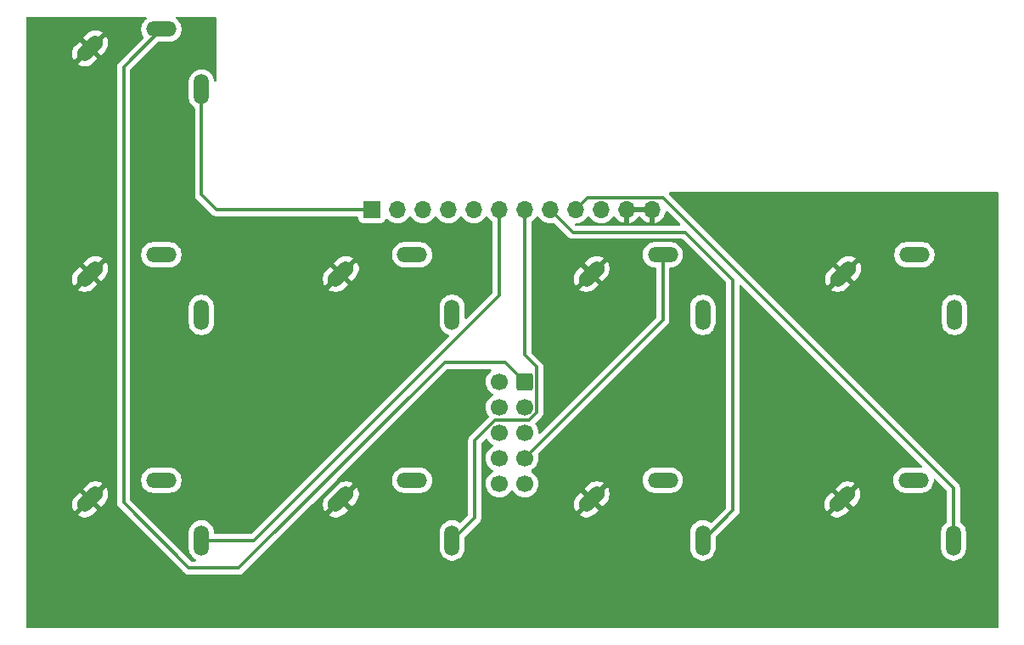
<source format=gtl>
G04 #@! TF.GenerationSoftware,KiCad,Pcbnew,8.0.3*
G04 #@! TF.CreationDate,2024-09-16T16:49:19+02:00*
G04 #@! TF.ProjectId,DMH_VCO_40106_PCB_Connectors,444d485f-5643-44f5-9f34-303130365f50,1*
G04 #@! TF.SameCoordinates,Original*
G04 #@! TF.FileFunction,Copper,L1,Top*
G04 #@! TF.FilePolarity,Positive*
%FSLAX46Y46*%
G04 Gerber Fmt 4.6, Leading zero omitted, Abs format (unit mm)*
G04 Created by KiCad (PCBNEW 8.0.3) date 2024-09-16 16:49:19*
%MOMM*%
%LPD*%
G01*
G04 APERTURE LIST*
G04 Aperture macros list*
%AMRoundRect*
0 Rectangle with rounded corners*
0 $1 Rounding radius*
0 $2 $3 $4 $5 $6 $7 $8 $9 X,Y pos of 4 corners*
0 Add a 4 corners polygon primitive as box body*
4,1,4,$2,$3,$4,$5,$6,$7,$8,$9,$2,$3,0*
0 Add four circle primitives for the rounded corners*
1,1,$1+$1,$2,$3*
1,1,$1+$1,$4,$5*
1,1,$1+$1,$6,$7*
1,1,$1+$1,$8,$9*
0 Add four rect primitives between the rounded corners*
20,1,$1+$1,$2,$3,$4,$5,0*
20,1,$1+$1,$4,$5,$6,$7,0*
20,1,$1+$1,$6,$7,$8,$9,0*
20,1,$1+$1,$8,$9,$2,$3,0*%
%AMHorizOval*
0 Thick line with rounded ends*
0 $1 width*
0 $2 $3 position (X,Y) of the first rounded end (center of the circle)*
0 $4 $5 position (X,Y) of the second rounded end (center of the circle)*
0 Add line between two ends*
20,1,$1,$2,$3,$4,$5,0*
0 Add two circle primitives to create the rounded ends*
1,1,$1,$2,$3*
1,1,$1,$4,$5*%
G04 Aperture macros list end*
G04 #@! TA.AperFunction,ComponentPad*
%ADD10HorizOval,1.508000X-0.533159X-0.533159X0.533159X0.533159X0*%
G04 #@! TD*
G04 #@! TA.AperFunction,ComponentPad*
%ADD11O,1.508000X3.016000*%
G04 #@! TD*
G04 #@! TA.AperFunction,ComponentPad*
%ADD12O,3.016000X1.508000*%
G04 #@! TD*
G04 #@! TA.AperFunction,ComponentPad*
%ADD13R,1.700000X1.700000*%
G04 #@! TD*
G04 #@! TA.AperFunction,ComponentPad*
%ADD14O,1.700000X1.700000*%
G04 #@! TD*
G04 #@! TA.AperFunction,ComponentPad*
%ADD15RoundRect,0.250000X0.600000X0.600000X-0.600000X0.600000X-0.600000X-0.600000X0.600000X-0.600000X0*%
G04 #@! TD*
G04 #@! TA.AperFunction,ComponentPad*
%ADD16C,1.700000*%
G04 #@! TD*
G04 #@! TA.AperFunction,Conductor*
%ADD17C,0.300000*%
G04 #@! TD*
G04 APERTURE END LIST*
D10*
X132903810Y-224153810D03*
D11*
X144000000Y-228250000D03*
D12*
X140000000Y-222250000D03*
D10*
X82903810Y-224153810D03*
D11*
X94000000Y-228250000D03*
D12*
X90000000Y-222250000D03*
D10*
X57903810Y-179153810D03*
D11*
X69000000Y-183250000D03*
D12*
X65000000Y-177250000D03*
D10*
X57903810Y-201653810D03*
D11*
X69000000Y-205750000D03*
D12*
X65000000Y-199750000D03*
D10*
X133000000Y-201653810D03*
D11*
X144096190Y-205750000D03*
D12*
X140096190Y-199750000D03*
D10*
X82903810Y-201653810D03*
D11*
X94000000Y-205750000D03*
D12*
X90000000Y-199750000D03*
D10*
X107903810Y-224153810D03*
D11*
X119000000Y-228250000D03*
D12*
X115000000Y-222250000D03*
D10*
X107903810Y-201653810D03*
D11*
X119000000Y-205750000D03*
D12*
X115000000Y-199750000D03*
D10*
X57903810Y-224153810D03*
D11*
X69000000Y-228250000D03*
D12*
X65000000Y-222250000D03*
D13*
X86010000Y-195250000D03*
D14*
X88550000Y-195250000D03*
X91090000Y-195250000D03*
X93630000Y-195250000D03*
X96170000Y-195250000D03*
X98710000Y-195250000D03*
X101250000Y-195250000D03*
X103790000Y-195250000D03*
X106330000Y-195250000D03*
X108870000Y-195250000D03*
X111410000Y-195250000D03*
X113950000Y-195250000D03*
D15*
X101252500Y-212420000D03*
D16*
X101252500Y-214960000D03*
X101252500Y-217500000D03*
X101252500Y-220040000D03*
X101252500Y-222580000D03*
X98712500Y-212420000D03*
X98712500Y-214960000D03*
X98712500Y-217500000D03*
X98712500Y-220040000D03*
X98712500Y-222580000D03*
D17*
X69000000Y-183250000D02*
X69000000Y-193750000D01*
X70500000Y-195250000D02*
X86010000Y-195250000D01*
X69000000Y-193750000D02*
X70500000Y-195250000D01*
X108750000Y-195130000D02*
X108870000Y-195250000D01*
X99332500Y-210500000D02*
X101252500Y-212420000D01*
X72750000Y-231000000D02*
X93250000Y-210500000D01*
X65000000Y-177250000D02*
X61250000Y-181000000D01*
X93250000Y-210500000D02*
X99332500Y-210500000D01*
X61250000Y-224500000D02*
X67750000Y-231000000D01*
X67750000Y-231000000D02*
X72750000Y-231000000D01*
X61250000Y-181000000D02*
X61250000Y-224500000D01*
X115000000Y-206292500D02*
X115000000Y-199750000D01*
X101252500Y-220040000D02*
X115000000Y-206292500D01*
X88750000Y-195050000D02*
X88550000Y-195250000D01*
X96250000Y-218265443D02*
X96250000Y-226000000D01*
X101250000Y-209750000D02*
X102452500Y-210952500D01*
X98265443Y-216250000D02*
X96250000Y-218265443D01*
X96250000Y-226000000D02*
X94000000Y-228250000D01*
X101250000Y-195250000D02*
X101250000Y-209750000D01*
X102452500Y-215457057D02*
X101659557Y-216250000D01*
X102452500Y-210952500D02*
X102452500Y-215457057D01*
X101659557Y-216250000D02*
X98265443Y-216250000D01*
X117250000Y-197500000D02*
X106040000Y-197500000D01*
X122000000Y-202250000D02*
X117250000Y-197500000D01*
X119000000Y-228250000D02*
X122000000Y-225250000D01*
X106040000Y-197500000D02*
X103790000Y-195250000D01*
X122000000Y-225250000D02*
X122000000Y-202250000D01*
X98710000Y-203790000D02*
X74250000Y-228250000D01*
X98710000Y-195250000D02*
X98710000Y-203790000D01*
X74250000Y-228250000D02*
X69000000Y-228250000D01*
X144000000Y-223000000D02*
X144000000Y-228250000D01*
X107530000Y-194050000D02*
X115050000Y-194050000D01*
X115050000Y-194050000D02*
X144000000Y-223000000D01*
X106330000Y-195250000D02*
X107530000Y-194050000D01*
G04 #@! TA.AperFunction,Conductor*
G36*
X63516913Y-176020185D02*
G01*
X63562668Y-176072989D01*
X63572612Y-176142147D01*
X63543587Y-176205703D01*
X63522761Y-176224816D01*
X63486182Y-176251392D01*
X63428747Y-176293121D01*
X63289115Y-176432753D01*
X63173058Y-176592495D01*
X63083408Y-176768441D01*
X63022389Y-176956236D01*
X62991500Y-177151263D01*
X62991500Y-177348736D01*
X63022389Y-177543763D01*
X63061508Y-177664156D01*
X63083409Y-177731561D01*
X63173055Y-177907499D01*
X63173056Y-177907501D01*
X63215796Y-177966329D01*
X63239275Y-178032136D01*
X63223449Y-178100189D01*
X63203158Y-178126894D01*
X60744726Y-180585326D01*
X60673534Y-180691874D01*
X60624499Y-180810255D01*
X60624497Y-180810261D01*
X60599500Y-180935928D01*
X60599500Y-224564070D01*
X60610291Y-224618314D01*
X60611521Y-224624499D01*
X60624499Y-224689744D01*
X60673535Y-224808127D01*
X60719642Y-224877132D01*
X60744726Y-224914673D01*
X60744727Y-224914674D01*
X67244724Y-231414669D01*
X67335328Y-231505273D01*
X67335332Y-231505277D01*
X67441866Y-231576461D01*
X67441872Y-231576464D01*
X67441873Y-231576465D01*
X67560256Y-231625501D01*
X67560260Y-231625501D01*
X67560261Y-231625502D01*
X67685928Y-231650500D01*
X67685931Y-231650500D01*
X72814071Y-231650500D01*
X72898615Y-231633682D01*
X72939744Y-231625501D01*
X73058127Y-231576465D01*
X73164669Y-231505277D01*
X80081669Y-224588277D01*
X81116651Y-224588277D01*
X81116651Y-224785660D01*
X81147529Y-224980616D01*
X81208521Y-225168335D01*
X81208522Y-225168338D01*
X81298134Y-225344210D01*
X81324106Y-225379958D01*
X81324107Y-225379958D01*
X81890517Y-224813547D01*
X81907555Y-224877132D01*
X81973381Y-224991147D01*
X82066473Y-225084239D01*
X82180488Y-225150065D01*
X82244069Y-225167101D01*
X81677660Y-225733510D01*
X81677660Y-225733511D01*
X81713415Y-225759488D01*
X81889281Y-225849097D01*
X81889284Y-225849098D01*
X82077003Y-225910090D01*
X82271960Y-225940969D01*
X82469342Y-225940969D01*
X82664298Y-225910090D01*
X82852017Y-225849098D01*
X82852020Y-225849097D01*
X83027890Y-225759486D01*
X83187578Y-225643464D01*
X83187579Y-225643464D01*
X83613745Y-225217298D01*
X83613745Y-225217297D01*
X83080586Y-224684139D01*
X83434139Y-224330586D01*
X83967298Y-224863745D01*
X84393463Y-224437579D01*
X84393463Y-224437578D01*
X84509485Y-224277889D01*
X84509489Y-224277883D01*
X84599097Y-224102021D01*
X84599099Y-224102015D01*
X84660090Y-223914300D01*
X84690969Y-223719343D01*
X84690969Y-223521959D01*
X84660090Y-223327003D01*
X84599098Y-223139284D01*
X84599097Y-223139281D01*
X84509489Y-222963419D01*
X84509481Y-222963406D01*
X84483511Y-222927661D01*
X84483510Y-222927660D01*
X83917102Y-223494068D01*
X83900066Y-223430488D01*
X83834240Y-223316472D01*
X83741148Y-223223380D01*
X83627132Y-223157554D01*
X83563549Y-223140517D01*
X84129958Y-222574108D01*
X84094208Y-222548134D01*
X83918338Y-222458522D01*
X83918335Y-222458521D01*
X83730616Y-222397529D01*
X83535660Y-222366651D01*
X83338277Y-222366651D01*
X83143319Y-222397529D01*
X82955604Y-222458520D01*
X82955598Y-222458522D01*
X82779736Y-222548130D01*
X82779730Y-222548134D01*
X82620041Y-222664156D01*
X82620040Y-222664156D01*
X81414155Y-223870040D01*
X81414155Y-223870041D01*
X81298133Y-224029729D01*
X81208522Y-224205599D01*
X81208521Y-224205602D01*
X81147529Y-224393321D01*
X81116651Y-224588277D01*
X80081669Y-224588277D01*
X82518683Y-222151263D01*
X87991500Y-222151263D01*
X87991500Y-222348736D01*
X88022389Y-222543763D01*
X88061508Y-222664156D01*
X88083409Y-222731561D01*
X88173056Y-222907501D01*
X88173058Y-222907504D01*
X88289115Y-223067246D01*
X88428753Y-223206884D01*
X88549280Y-223294450D01*
X88588499Y-223322944D01*
X88764439Y-223412591D01*
X88883888Y-223451402D01*
X88952236Y-223473610D01*
X89147264Y-223504500D01*
X89147269Y-223504500D01*
X90852736Y-223504500D01*
X91047763Y-223473610D01*
X91235561Y-223412591D01*
X91411501Y-223322944D01*
X91516655Y-223246546D01*
X91571246Y-223206884D01*
X91571248Y-223206881D01*
X91571252Y-223206879D01*
X91710879Y-223067252D01*
X91710881Y-223067248D01*
X91710884Y-223067246D01*
X91761779Y-222997192D01*
X91826944Y-222907501D01*
X91916591Y-222731561D01*
X91977610Y-222543763D01*
X91991111Y-222458520D01*
X92008500Y-222348736D01*
X92008500Y-222151263D01*
X91977610Y-221956236D01*
X91949366Y-221869312D01*
X91916591Y-221768439D01*
X91826944Y-221592499D01*
X91789892Y-221541501D01*
X91710884Y-221432753D01*
X91571246Y-221293115D01*
X91411504Y-221177058D01*
X91411503Y-221177057D01*
X91411501Y-221177056D01*
X91235561Y-221087409D01*
X91208136Y-221078498D01*
X91047763Y-221026389D01*
X90852736Y-220995500D01*
X90852731Y-220995500D01*
X89147269Y-220995500D01*
X89147264Y-220995500D01*
X88952236Y-221026389D01*
X88764441Y-221087408D01*
X88588495Y-221177058D01*
X88428753Y-221293115D01*
X88289115Y-221432753D01*
X88173058Y-221592495D01*
X88083408Y-221768441D01*
X88022389Y-221956236D01*
X87991500Y-222151263D01*
X82518683Y-222151263D01*
X93483127Y-211186819D01*
X93544450Y-211153334D01*
X93570808Y-211150500D01*
X97777730Y-211150500D01*
X97844769Y-211170185D01*
X97890524Y-211222989D01*
X97900468Y-211292147D01*
X97871443Y-211355703D01*
X97848854Y-211376074D01*
X97841098Y-211381504D01*
X97674005Y-211548597D01*
X97538465Y-211742169D01*
X97538464Y-211742171D01*
X97438598Y-211956335D01*
X97438594Y-211956344D01*
X97377438Y-212184586D01*
X97377436Y-212184596D01*
X97356841Y-212419999D01*
X97356841Y-212420000D01*
X97377436Y-212655403D01*
X97377438Y-212655413D01*
X97438594Y-212883655D01*
X97438596Y-212883659D01*
X97438597Y-212883663D01*
X97522999Y-213064663D01*
X97538465Y-213097830D01*
X97538467Y-213097834D01*
X97645170Y-213250220D01*
X97672745Y-213289602D01*
X97674001Y-213291395D01*
X97674006Y-213291402D01*
X97841097Y-213458493D01*
X97841103Y-213458498D01*
X98026658Y-213588425D01*
X98070283Y-213643002D01*
X98077477Y-213712500D01*
X98045954Y-213774855D01*
X98026658Y-213791575D01*
X97841097Y-213921505D01*
X97674005Y-214088597D01*
X97538465Y-214282169D01*
X97538464Y-214282171D01*
X97438598Y-214496335D01*
X97438594Y-214496344D01*
X97377438Y-214724586D01*
X97377436Y-214724596D01*
X97356841Y-214959999D01*
X97356841Y-214960000D01*
X97377436Y-215195403D01*
X97377438Y-215195413D01*
X97438594Y-215423655D01*
X97438596Y-215423659D01*
X97438597Y-215423663D01*
X97442500Y-215432032D01*
X97538465Y-215637830D01*
X97538467Y-215637834D01*
X97651427Y-215799158D01*
X97673754Y-215865364D01*
X97656744Y-215933131D01*
X97637533Y-215957962D01*
X95744726Y-217850769D01*
X95673534Y-217957317D01*
X95624499Y-218075698D01*
X95624497Y-218075704D01*
X95599500Y-218201371D01*
X95599500Y-225679191D01*
X95579815Y-225746230D01*
X95563181Y-225766872D01*
X94876894Y-226453158D01*
X94815571Y-226486643D01*
X94745879Y-226481659D01*
X94716329Y-226465796D01*
X94657501Y-226423056D01*
X94657499Y-226423055D01*
X94650498Y-226419488D01*
X94481561Y-226333409D01*
X94481558Y-226333408D01*
X94293763Y-226272389D01*
X94098736Y-226241500D01*
X94098731Y-226241500D01*
X93901269Y-226241500D01*
X93901264Y-226241500D01*
X93706236Y-226272389D01*
X93518441Y-226333408D01*
X93342495Y-226423058D01*
X93182753Y-226539115D01*
X93043115Y-226678753D01*
X92927058Y-226838495D01*
X92837408Y-227014441D01*
X92776389Y-227202236D01*
X92745500Y-227397263D01*
X92745500Y-229102736D01*
X92776389Y-229297763D01*
X92837408Y-229485558D01*
X92837409Y-229485561D01*
X92927056Y-229661501D01*
X92927058Y-229661504D01*
X93043115Y-229821246D01*
X93182753Y-229960884D01*
X93332234Y-230069486D01*
X93342499Y-230076944D01*
X93518439Y-230166591D01*
X93643637Y-230207270D01*
X93706236Y-230227610D01*
X93901264Y-230258500D01*
X93901269Y-230258500D01*
X94098736Y-230258500D01*
X94293763Y-230227610D01*
X94481561Y-230166591D01*
X94657501Y-230076944D01*
X94747192Y-230011779D01*
X94817246Y-229960884D01*
X94817248Y-229960881D01*
X94817252Y-229960879D01*
X94956879Y-229821252D01*
X94956881Y-229821248D01*
X94956884Y-229821246D01*
X95007779Y-229751192D01*
X95072944Y-229661501D01*
X95162591Y-229485561D01*
X95223610Y-229297763D01*
X95254500Y-229102736D01*
X95254500Y-227966808D01*
X95274185Y-227899769D01*
X95290819Y-227879127D01*
X96755272Y-226414674D01*
X96755277Y-226414669D01*
X96826466Y-226308126D01*
X96875501Y-226189743D01*
X96900500Y-226064068D01*
X96900500Y-225935931D01*
X96900500Y-224588277D01*
X106116651Y-224588277D01*
X106116651Y-224785660D01*
X106147529Y-224980616D01*
X106208521Y-225168335D01*
X106208522Y-225168338D01*
X106298134Y-225344210D01*
X106324106Y-225379958D01*
X106324107Y-225379958D01*
X106890517Y-224813548D01*
X106907555Y-224877132D01*
X106973381Y-224991147D01*
X107066473Y-225084239D01*
X107180488Y-225150065D01*
X107244069Y-225167101D01*
X106677660Y-225733510D01*
X106677660Y-225733511D01*
X106713415Y-225759488D01*
X106889281Y-225849097D01*
X106889284Y-225849098D01*
X107077003Y-225910090D01*
X107271960Y-225940969D01*
X107469342Y-225940969D01*
X107664298Y-225910090D01*
X107852017Y-225849098D01*
X107852020Y-225849097D01*
X108027890Y-225759486D01*
X108187578Y-225643464D01*
X108187579Y-225643464D01*
X108613745Y-225217298D01*
X108613745Y-225217297D01*
X108080586Y-224684139D01*
X108434139Y-224330586D01*
X108967298Y-224863745D01*
X109393463Y-224437579D01*
X109393463Y-224437578D01*
X109509485Y-224277889D01*
X109509489Y-224277883D01*
X109599097Y-224102021D01*
X109599099Y-224102015D01*
X109660090Y-223914300D01*
X109690969Y-223719343D01*
X109690969Y-223521959D01*
X109660090Y-223327003D01*
X109599098Y-223139284D01*
X109599097Y-223139281D01*
X109509489Y-222963419D01*
X109509481Y-222963406D01*
X109483511Y-222927661D01*
X109483510Y-222927660D01*
X108917102Y-223494068D01*
X108900066Y-223430488D01*
X108834240Y-223316472D01*
X108741148Y-223223380D01*
X108627132Y-223157554D01*
X108563549Y-223140517D01*
X109129958Y-222574108D01*
X109094208Y-222548134D01*
X108918338Y-222458522D01*
X108918335Y-222458521D01*
X108730616Y-222397529D01*
X108535660Y-222366651D01*
X108338277Y-222366651D01*
X108143319Y-222397529D01*
X107955604Y-222458520D01*
X107955598Y-222458522D01*
X107779736Y-222548130D01*
X107779730Y-222548134D01*
X107620041Y-222664156D01*
X107620039Y-222664157D01*
X107193875Y-223090320D01*
X107193875Y-223090321D01*
X107727033Y-223623479D01*
X107373480Y-223977032D01*
X106840321Y-223443874D01*
X106840320Y-223443874D01*
X106414156Y-223870039D01*
X106414155Y-223870041D01*
X106298133Y-224029729D01*
X106208522Y-224205599D01*
X106208521Y-224205602D01*
X106147529Y-224393321D01*
X106116651Y-224588277D01*
X96900500Y-224588277D01*
X96900500Y-218586250D01*
X96920185Y-218519211D01*
X96936815Y-218498573D01*
X97323912Y-218111475D01*
X97385233Y-218077992D01*
X97454924Y-218082976D01*
X97510858Y-218124847D01*
X97523973Y-218146752D01*
X97538466Y-218177832D01*
X97628666Y-218306650D01*
X97674001Y-218371396D01*
X97674006Y-218371402D01*
X97841097Y-218538493D01*
X97841103Y-218538498D01*
X98026658Y-218668425D01*
X98070283Y-218723002D01*
X98077477Y-218792500D01*
X98045954Y-218854855D01*
X98026658Y-218871575D01*
X97841097Y-219001505D01*
X97674005Y-219168597D01*
X97538465Y-219362169D01*
X97538464Y-219362171D01*
X97438598Y-219576335D01*
X97438594Y-219576344D01*
X97377438Y-219804586D01*
X97377436Y-219804596D01*
X97356841Y-220039999D01*
X97356841Y-220040000D01*
X97377436Y-220275403D01*
X97377438Y-220275413D01*
X97438594Y-220503655D01*
X97438596Y-220503659D01*
X97438597Y-220503663D01*
X97442500Y-220512032D01*
X97538465Y-220717830D01*
X97538467Y-220717834D01*
X97584671Y-220783819D01*
X97674001Y-220911396D01*
X97674006Y-220911402D01*
X97841097Y-221078493D01*
X97841103Y-221078498D01*
X98026658Y-221208425D01*
X98070283Y-221263002D01*
X98077477Y-221332500D01*
X98045954Y-221394855D01*
X98026658Y-221411575D01*
X97841097Y-221541505D01*
X97674005Y-221708597D01*
X97538465Y-221902169D01*
X97538464Y-221902171D01*
X97438598Y-222116335D01*
X97438594Y-222116344D01*
X97377438Y-222344586D01*
X97377436Y-222344596D01*
X97356841Y-222579999D01*
X97356841Y-222580000D01*
X97377436Y-222815403D01*
X97377438Y-222815413D01*
X97438594Y-223043655D01*
X97438596Y-223043659D01*
X97438597Y-223043663D01*
X97518504Y-223215023D01*
X97538465Y-223257830D01*
X97538467Y-223257834D01*
X97646781Y-223412521D01*
X97674005Y-223451401D01*
X97841099Y-223618495D01*
X97937884Y-223686265D01*
X98034665Y-223754032D01*
X98034667Y-223754033D01*
X98034670Y-223754035D01*
X98248837Y-223853903D01*
X98477092Y-223915063D01*
X98653385Y-223930487D01*
X98712499Y-223935659D01*
X98712500Y-223935659D01*
X98712501Y-223935659D01*
X98751734Y-223932226D01*
X98947908Y-223915063D01*
X99176163Y-223853903D01*
X99390330Y-223754035D01*
X99583901Y-223618495D01*
X99750995Y-223451401D01*
X99880925Y-223265842D01*
X99935502Y-223222217D01*
X100005000Y-223215023D01*
X100067355Y-223246546D01*
X100084075Y-223265842D01*
X100214000Y-223451395D01*
X100214005Y-223451401D01*
X100381099Y-223618495D01*
X100477884Y-223686265D01*
X100574665Y-223754032D01*
X100574667Y-223754033D01*
X100574670Y-223754035D01*
X100788837Y-223853903D01*
X101017092Y-223915063D01*
X101193385Y-223930487D01*
X101252499Y-223935659D01*
X101252500Y-223935659D01*
X101252501Y-223935659D01*
X101291734Y-223932226D01*
X101487908Y-223915063D01*
X101716163Y-223853903D01*
X101930330Y-223754035D01*
X102123901Y-223618495D01*
X102290995Y-223451401D01*
X102426535Y-223257830D01*
X102526403Y-223043663D01*
X102587563Y-222815408D01*
X102608159Y-222580000D01*
X102587563Y-222344592D01*
X102535761Y-222151263D01*
X112991500Y-222151263D01*
X112991500Y-222348736D01*
X113022389Y-222543763D01*
X113061508Y-222664156D01*
X113083409Y-222731561D01*
X113173056Y-222907501D01*
X113173058Y-222907504D01*
X113289115Y-223067246D01*
X113428753Y-223206884D01*
X113549280Y-223294450D01*
X113588499Y-223322944D01*
X113764439Y-223412591D01*
X113883888Y-223451402D01*
X113952236Y-223473610D01*
X114147264Y-223504500D01*
X114147269Y-223504500D01*
X115852736Y-223504500D01*
X116047763Y-223473610D01*
X116235561Y-223412591D01*
X116411501Y-223322944D01*
X116516655Y-223246546D01*
X116571246Y-223206884D01*
X116571248Y-223206881D01*
X116571252Y-223206879D01*
X116710879Y-223067252D01*
X116710881Y-223067248D01*
X116710884Y-223067246D01*
X116761779Y-222997192D01*
X116826944Y-222907501D01*
X116916591Y-222731561D01*
X116977610Y-222543763D01*
X116991111Y-222458520D01*
X117008500Y-222348736D01*
X117008500Y-222151263D01*
X116977610Y-221956236D01*
X116949366Y-221869312D01*
X116916591Y-221768439D01*
X116826944Y-221592499D01*
X116789892Y-221541501D01*
X116710884Y-221432753D01*
X116571246Y-221293115D01*
X116411504Y-221177058D01*
X116411503Y-221177057D01*
X116411501Y-221177056D01*
X116235561Y-221087409D01*
X116208136Y-221078498D01*
X116047763Y-221026389D01*
X115852736Y-220995500D01*
X115852731Y-220995500D01*
X114147269Y-220995500D01*
X114147264Y-220995500D01*
X113952236Y-221026389D01*
X113764441Y-221087408D01*
X113588495Y-221177058D01*
X113428753Y-221293115D01*
X113289115Y-221432753D01*
X113173058Y-221592495D01*
X113083408Y-221768441D01*
X113022389Y-221956236D01*
X112991500Y-222151263D01*
X102535761Y-222151263D01*
X102526405Y-222116344D01*
X102526404Y-222116343D01*
X102526403Y-222116337D01*
X102426535Y-221902171D01*
X102420925Y-221894158D01*
X102290994Y-221708597D01*
X102123902Y-221541506D01*
X102123896Y-221541501D01*
X101938342Y-221411575D01*
X101894717Y-221356998D01*
X101887523Y-221287500D01*
X101919046Y-221225145D01*
X101938342Y-221208425D01*
X101960526Y-221192891D01*
X102123901Y-221078495D01*
X102290995Y-220911401D01*
X102426535Y-220717830D01*
X102526403Y-220503663D01*
X102587563Y-220275408D01*
X102608159Y-220040000D01*
X102587563Y-219804592D01*
X102568114Y-219732007D01*
X102569777Y-219662162D01*
X102600206Y-219612238D01*
X115505277Y-206707169D01*
X115576465Y-206600627D01*
X115625501Y-206482244D01*
X115650500Y-206356569D01*
X115650500Y-204897263D01*
X117745500Y-204897263D01*
X117745500Y-206602736D01*
X117776389Y-206797763D01*
X117837408Y-206985558D01*
X117837409Y-206985561D01*
X117927056Y-207161501D01*
X117927058Y-207161504D01*
X118043115Y-207321246D01*
X118182753Y-207460884D01*
X118332234Y-207569486D01*
X118342499Y-207576944D01*
X118518439Y-207666591D01*
X118643637Y-207707270D01*
X118706236Y-207727610D01*
X118901264Y-207758500D01*
X118901269Y-207758500D01*
X119098736Y-207758500D01*
X119293763Y-207727610D01*
X119481561Y-207666591D01*
X119657501Y-207576944D01*
X119747192Y-207511779D01*
X119817246Y-207460884D01*
X119817248Y-207460881D01*
X119817252Y-207460879D01*
X119956879Y-207321252D01*
X119956881Y-207321248D01*
X119956884Y-207321246D01*
X120007779Y-207251192D01*
X120072944Y-207161501D01*
X120162591Y-206985561D01*
X120223610Y-206797763D01*
X120237959Y-206707169D01*
X120254500Y-206602736D01*
X120254500Y-204897263D01*
X120223610Y-204702236D01*
X120203270Y-204639637D01*
X120162591Y-204514439D01*
X120072944Y-204338499D01*
X120065486Y-204328234D01*
X119956884Y-204178753D01*
X119817246Y-204039115D01*
X119657504Y-203923058D01*
X119657503Y-203923057D01*
X119657501Y-203923056D01*
X119481561Y-203833409D01*
X119481558Y-203833408D01*
X119293763Y-203772389D01*
X119098736Y-203741500D01*
X119098731Y-203741500D01*
X118901269Y-203741500D01*
X118901264Y-203741500D01*
X118706236Y-203772389D01*
X118518441Y-203833408D01*
X118342495Y-203923058D01*
X118182753Y-204039115D01*
X118043115Y-204178753D01*
X117927058Y-204338495D01*
X117837408Y-204514441D01*
X117776389Y-204702236D01*
X117745500Y-204897263D01*
X115650500Y-204897263D01*
X115650500Y-201128500D01*
X115670185Y-201061461D01*
X115722989Y-201015706D01*
X115774500Y-201004500D01*
X115852736Y-201004500D01*
X116047763Y-200973610D01*
X116235561Y-200912591D01*
X116411501Y-200822944D01*
X116501192Y-200757779D01*
X116571246Y-200706884D01*
X116571248Y-200706881D01*
X116571252Y-200706879D01*
X116710879Y-200567252D01*
X116710881Y-200567248D01*
X116710884Y-200567246D01*
X116761779Y-200497192D01*
X116826944Y-200407501D01*
X116916591Y-200231561D01*
X116977610Y-200043763D01*
X116991111Y-199958520D01*
X117008500Y-199848736D01*
X117008500Y-199651263D01*
X116977610Y-199456236D01*
X116957270Y-199393637D01*
X116916591Y-199268439D01*
X116826944Y-199092499D01*
X116819486Y-199082234D01*
X116710884Y-198932753D01*
X116571246Y-198793115D01*
X116411504Y-198677058D01*
X116411503Y-198677057D01*
X116411501Y-198677056D01*
X116235561Y-198587409D01*
X116235558Y-198587408D01*
X116047763Y-198526389D01*
X115852736Y-198495500D01*
X115852731Y-198495500D01*
X114147269Y-198495500D01*
X114147264Y-198495500D01*
X113952236Y-198526389D01*
X113764441Y-198587408D01*
X113588495Y-198677058D01*
X113428753Y-198793115D01*
X113289115Y-198932753D01*
X113173058Y-199092495D01*
X113083408Y-199268441D01*
X113022389Y-199456236D01*
X112991500Y-199651263D01*
X112991500Y-199848736D01*
X113022389Y-200043763D01*
X113061508Y-200164156D01*
X113083409Y-200231561D01*
X113173056Y-200407501D01*
X113173058Y-200407504D01*
X113289115Y-200567246D01*
X113428753Y-200706884D01*
X113578234Y-200815486D01*
X113588499Y-200822944D01*
X113764439Y-200912591D01*
X113860719Y-200943874D01*
X113952236Y-200973610D01*
X114147264Y-201004500D01*
X114147269Y-201004500D01*
X114225500Y-201004500D01*
X114292539Y-201024185D01*
X114338294Y-201076989D01*
X114349500Y-201128500D01*
X114349500Y-205971691D01*
X114329815Y-206038730D01*
X114313181Y-206059372D01*
X102817462Y-217555090D01*
X102756139Y-217588575D01*
X102686447Y-217583591D01*
X102630514Y-217541719D01*
X102606253Y-217478217D01*
X102587563Y-217264596D01*
X102587563Y-217264592D01*
X102526403Y-217036337D01*
X102426535Y-216822171D01*
X102426534Y-216822169D01*
X102313571Y-216660840D01*
X102291244Y-216594634D01*
X102308254Y-216526867D01*
X102327461Y-216502040D01*
X102957777Y-215871726D01*
X103028965Y-215765184D01*
X103078001Y-215646800D01*
X103103000Y-215521126D01*
X103103000Y-215392988D01*
X103103000Y-210888431D01*
X103103000Y-210888428D01*
X103078002Y-210762761D01*
X103078001Y-210762760D01*
X103078001Y-210762756D01*
X103028965Y-210644373D01*
X102975308Y-210564069D01*
X102957777Y-210537831D01*
X101936819Y-209516873D01*
X101903334Y-209455550D01*
X101900500Y-209429192D01*
X101900500Y-202088277D01*
X106116651Y-202088277D01*
X106116651Y-202285660D01*
X106147529Y-202480616D01*
X106208521Y-202668335D01*
X106208522Y-202668338D01*
X106298134Y-202844210D01*
X106324106Y-202879958D01*
X106324107Y-202879958D01*
X106890517Y-202313548D01*
X106907555Y-202377132D01*
X106973381Y-202491147D01*
X107066473Y-202584239D01*
X107180488Y-202650065D01*
X107244069Y-202667101D01*
X106677660Y-203233510D01*
X106677660Y-203233511D01*
X106713415Y-203259488D01*
X106889281Y-203349097D01*
X106889284Y-203349098D01*
X107077003Y-203410090D01*
X107271960Y-203440969D01*
X107469342Y-203440969D01*
X107664298Y-203410090D01*
X107852017Y-203349098D01*
X107852020Y-203349097D01*
X108027890Y-203259486D01*
X108187578Y-203143464D01*
X108187579Y-203143464D01*
X108613745Y-202717298D01*
X108613745Y-202717297D01*
X108080586Y-202184139D01*
X108434139Y-201830586D01*
X108967298Y-202363745D01*
X109393463Y-201937579D01*
X109393463Y-201937578D01*
X109509485Y-201777889D01*
X109509489Y-201777883D01*
X109599097Y-201602021D01*
X109599099Y-201602015D01*
X109660090Y-201414300D01*
X109690969Y-201219343D01*
X109690969Y-201021959D01*
X109660090Y-200827003D01*
X109599098Y-200639284D01*
X109599097Y-200639281D01*
X109509489Y-200463419D01*
X109509481Y-200463406D01*
X109483511Y-200427661D01*
X109483510Y-200427660D01*
X108917102Y-200994068D01*
X108900066Y-200930488D01*
X108834240Y-200816472D01*
X108741148Y-200723380D01*
X108627132Y-200657554D01*
X108563549Y-200640517D01*
X109129958Y-200074108D01*
X109094208Y-200048134D01*
X108918338Y-199958522D01*
X108918335Y-199958521D01*
X108730616Y-199897529D01*
X108535660Y-199866651D01*
X108338277Y-199866651D01*
X108143319Y-199897529D01*
X107955604Y-199958520D01*
X107955598Y-199958522D01*
X107779736Y-200048130D01*
X107779730Y-200048134D01*
X107620041Y-200164156D01*
X107620039Y-200164157D01*
X107193875Y-200590320D01*
X107193875Y-200590321D01*
X107727033Y-201123479D01*
X107373480Y-201477032D01*
X106840321Y-200943874D01*
X106840320Y-200943874D01*
X106414156Y-201370039D01*
X106414155Y-201370041D01*
X106298133Y-201529729D01*
X106208522Y-201705599D01*
X106208521Y-201705602D01*
X106147529Y-201893321D01*
X106116651Y-202088277D01*
X101900500Y-202088277D01*
X101900500Y-196507722D01*
X101920185Y-196440683D01*
X101953377Y-196406147D01*
X102004429Y-196370399D01*
X102121401Y-196288495D01*
X102288495Y-196121401D01*
X102418425Y-195935842D01*
X102473002Y-195892217D01*
X102542500Y-195885023D01*
X102604855Y-195916546D01*
X102621575Y-195935842D01*
X102751281Y-196121082D01*
X102751505Y-196121401D01*
X102918599Y-196288495D01*
X103015384Y-196356265D01*
X103112165Y-196424032D01*
X103112167Y-196424033D01*
X103112170Y-196424035D01*
X103326337Y-196523903D01*
X103554592Y-196585063D01*
X103731034Y-196600500D01*
X103789999Y-196605659D01*
X103790000Y-196605659D01*
X103790001Y-196605659D01*
X103848966Y-196600500D01*
X104025408Y-196585063D01*
X104097989Y-196565615D01*
X104167839Y-196567278D01*
X104217763Y-196597709D01*
X105625325Y-198005272D01*
X105625331Y-198005277D01*
X105731874Y-198076466D01*
X105801221Y-198105189D01*
X105850256Y-198125501D01*
X105850259Y-198125501D01*
X105850260Y-198125502D01*
X105975928Y-198150500D01*
X105975931Y-198150500D01*
X105975932Y-198150500D01*
X106104069Y-198150500D01*
X116929192Y-198150500D01*
X116996231Y-198170185D01*
X117016873Y-198186819D01*
X121313181Y-202483127D01*
X121346666Y-202544450D01*
X121349500Y-202570808D01*
X121349500Y-224929191D01*
X121329815Y-224996230D01*
X121313181Y-225016872D01*
X119876894Y-226453158D01*
X119815571Y-226486643D01*
X119745879Y-226481659D01*
X119716329Y-226465796D01*
X119657501Y-226423056D01*
X119657499Y-226423055D01*
X119650498Y-226419488D01*
X119481561Y-226333409D01*
X119481558Y-226333408D01*
X119293763Y-226272389D01*
X119098736Y-226241500D01*
X119098731Y-226241500D01*
X118901269Y-226241500D01*
X118901264Y-226241500D01*
X118706236Y-226272389D01*
X118518441Y-226333408D01*
X118342495Y-226423058D01*
X118182753Y-226539115D01*
X118043115Y-226678753D01*
X117927058Y-226838495D01*
X117837408Y-227014441D01*
X117776389Y-227202236D01*
X117745500Y-227397263D01*
X117745500Y-229102736D01*
X117776389Y-229297763D01*
X117837408Y-229485558D01*
X117837409Y-229485561D01*
X117927056Y-229661501D01*
X117927058Y-229661504D01*
X118043115Y-229821246D01*
X118182753Y-229960884D01*
X118332234Y-230069486D01*
X118342499Y-230076944D01*
X118518439Y-230166591D01*
X118643637Y-230207270D01*
X118706236Y-230227610D01*
X118901264Y-230258500D01*
X118901269Y-230258500D01*
X119098736Y-230258500D01*
X119293763Y-230227610D01*
X119481561Y-230166591D01*
X119657501Y-230076944D01*
X119747192Y-230011779D01*
X119817246Y-229960884D01*
X119817248Y-229960881D01*
X119817252Y-229960879D01*
X119956879Y-229821252D01*
X119956881Y-229821248D01*
X119956884Y-229821246D01*
X120007779Y-229751192D01*
X120072944Y-229661501D01*
X120162591Y-229485561D01*
X120223610Y-229297763D01*
X120254500Y-229102736D01*
X120254500Y-227966808D01*
X120274185Y-227899769D01*
X120290819Y-227879127D01*
X122505273Y-225664673D01*
X122505277Y-225664669D01*
X122576465Y-225558127D01*
X122625501Y-225439743D01*
X122637393Y-225379958D01*
X122650500Y-225314071D01*
X122650500Y-224588277D01*
X131116651Y-224588277D01*
X131116651Y-224785660D01*
X131147529Y-224980616D01*
X131208521Y-225168335D01*
X131208522Y-225168338D01*
X131298134Y-225344210D01*
X131324106Y-225379958D01*
X131324107Y-225379958D01*
X131890517Y-224813548D01*
X131907555Y-224877132D01*
X131973381Y-224991147D01*
X132066473Y-225084239D01*
X132180488Y-225150065D01*
X132244069Y-225167101D01*
X131677660Y-225733510D01*
X131677660Y-225733511D01*
X131713415Y-225759488D01*
X131889281Y-225849097D01*
X131889284Y-225849098D01*
X132077003Y-225910090D01*
X132271960Y-225940969D01*
X132469342Y-225940969D01*
X132664298Y-225910090D01*
X132852017Y-225849098D01*
X132852020Y-225849097D01*
X133027890Y-225759486D01*
X133187578Y-225643464D01*
X133187579Y-225643464D01*
X133613745Y-225217298D01*
X133613745Y-225217297D01*
X133080586Y-224684139D01*
X133434139Y-224330586D01*
X133967297Y-224863745D01*
X134393463Y-224437579D01*
X134393463Y-224437578D01*
X134509485Y-224277889D01*
X134509489Y-224277883D01*
X134599097Y-224102021D01*
X134599099Y-224102015D01*
X134660090Y-223914300D01*
X134690969Y-223719343D01*
X134690969Y-223521959D01*
X134660090Y-223327003D01*
X134599098Y-223139284D01*
X134599097Y-223139281D01*
X134509489Y-222963419D01*
X134509481Y-222963406D01*
X134483511Y-222927661D01*
X134483510Y-222927660D01*
X133917102Y-223494068D01*
X133900066Y-223430488D01*
X133834240Y-223316472D01*
X133741148Y-223223380D01*
X133627132Y-223157554D01*
X133563549Y-223140517D01*
X134129958Y-222574108D01*
X134094208Y-222548134D01*
X133918338Y-222458522D01*
X133918335Y-222458521D01*
X133730616Y-222397529D01*
X133535660Y-222366651D01*
X133338277Y-222366651D01*
X133143319Y-222397529D01*
X132955604Y-222458520D01*
X132955598Y-222458522D01*
X132779736Y-222548130D01*
X132779730Y-222548134D01*
X132620041Y-222664156D01*
X132620039Y-222664157D01*
X132193875Y-223090320D01*
X132193875Y-223090321D01*
X132727033Y-223623479D01*
X132373480Y-223977033D01*
X131840321Y-223443874D01*
X131840320Y-223443874D01*
X131414156Y-223870039D01*
X131414155Y-223870041D01*
X131298133Y-224029729D01*
X131208522Y-224205599D01*
X131208521Y-224205602D01*
X131147529Y-224393321D01*
X131116651Y-224588277D01*
X122650500Y-224588277D01*
X122650500Y-202869808D01*
X122670185Y-202802769D01*
X122722989Y-202757014D01*
X122792147Y-202747070D01*
X122855703Y-202776095D01*
X122862181Y-202782127D01*
X140863873Y-220783819D01*
X140897358Y-220845142D01*
X140892374Y-220914834D01*
X140850502Y-220970767D01*
X140785038Y-220995184D01*
X140776192Y-220995500D01*
X139147264Y-220995500D01*
X138952236Y-221026389D01*
X138764441Y-221087408D01*
X138588495Y-221177058D01*
X138428753Y-221293115D01*
X138289115Y-221432753D01*
X138173058Y-221592495D01*
X138083408Y-221768441D01*
X138022389Y-221956236D01*
X137991500Y-222151263D01*
X137991500Y-222348736D01*
X138022389Y-222543763D01*
X138061508Y-222664156D01*
X138083409Y-222731561D01*
X138173056Y-222907501D01*
X138173058Y-222907504D01*
X138289115Y-223067246D01*
X138428753Y-223206884D01*
X138549280Y-223294450D01*
X138588499Y-223322944D01*
X138764439Y-223412591D01*
X138883888Y-223451402D01*
X138952236Y-223473610D01*
X139147264Y-223504500D01*
X139147269Y-223504500D01*
X140852736Y-223504500D01*
X141047763Y-223473610D01*
X141235561Y-223412591D01*
X141411501Y-223322944D01*
X141516655Y-223246546D01*
X141571246Y-223206884D01*
X141571248Y-223206881D01*
X141571252Y-223206879D01*
X141710879Y-223067252D01*
X141710881Y-223067248D01*
X141710884Y-223067246D01*
X141761779Y-222997192D01*
X141826944Y-222907501D01*
X141916591Y-222731561D01*
X141977610Y-222543763D01*
X141991111Y-222458520D01*
X142008500Y-222348736D01*
X142008500Y-222227808D01*
X142028185Y-222160769D01*
X142080989Y-222115014D01*
X142150147Y-222105070D01*
X142213703Y-222134095D01*
X142220181Y-222140127D01*
X143313181Y-223233127D01*
X143346666Y-223294450D01*
X143349500Y-223320808D01*
X143349500Y-226354788D01*
X143329815Y-226421827D01*
X143298386Y-226455105D01*
X143261838Y-226481659D01*
X143182747Y-226539121D01*
X143043115Y-226678753D01*
X142927058Y-226838495D01*
X142837408Y-227014441D01*
X142776389Y-227202236D01*
X142745500Y-227397263D01*
X142745500Y-229102736D01*
X142776389Y-229297763D01*
X142837408Y-229485558D01*
X142837409Y-229485561D01*
X142927056Y-229661501D01*
X142927058Y-229661504D01*
X143043115Y-229821246D01*
X143182753Y-229960884D01*
X143332234Y-230069486D01*
X143342499Y-230076944D01*
X143518439Y-230166591D01*
X143643637Y-230207270D01*
X143706236Y-230227610D01*
X143901264Y-230258500D01*
X143901269Y-230258500D01*
X144098736Y-230258500D01*
X144293763Y-230227610D01*
X144481561Y-230166591D01*
X144657501Y-230076944D01*
X144747192Y-230011779D01*
X144817246Y-229960884D01*
X144817248Y-229960881D01*
X144817252Y-229960879D01*
X144956879Y-229821252D01*
X144956881Y-229821248D01*
X144956884Y-229821246D01*
X145007779Y-229751192D01*
X145072944Y-229661501D01*
X145162591Y-229485561D01*
X145223610Y-229297763D01*
X145254500Y-229102736D01*
X145254500Y-227397263D01*
X145223610Y-227202236D01*
X145203270Y-227139637D01*
X145162591Y-227014439D01*
X145072944Y-226838499D01*
X145065486Y-226828234D01*
X144956884Y-226678753D01*
X144817252Y-226539121D01*
X144802007Y-226528045D01*
X144701614Y-226455105D01*
X144658949Y-226399777D01*
X144650500Y-226354788D01*
X144650500Y-222935928D01*
X144625502Y-222810260D01*
X144625500Y-222810254D01*
X144605189Y-222761221D01*
X144605187Y-222761216D01*
X144576468Y-222691878D01*
X144576462Y-222691868D01*
X144505278Y-222585332D01*
X144505272Y-222585325D01*
X126817210Y-204897263D01*
X142841690Y-204897263D01*
X142841690Y-206602736D01*
X142872579Y-206797763D01*
X142933598Y-206985558D01*
X142933599Y-206985561D01*
X143023246Y-207161501D01*
X143023248Y-207161504D01*
X143139305Y-207321246D01*
X143278943Y-207460884D01*
X143428424Y-207569486D01*
X143438689Y-207576944D01*
X143614629Y-207666591D01*
X143739827Y-207707270D01*
X143802426Y-207727610D01*
X143997454Y-207758500D01*
X143997459Y-207758500D01*
X144194926Y-207758500D01*
X144389953Y-207727610D01*
X144577751Y-207666591D01*
X144753691Y-207576944D01*
X144843382Y-207511779D01*
X144913436Y-207460884D01*
X144913438Y-207460881D01*
X144913442Y-207460879D01*
X145053069Y-207321252D01*
X145053071Y-207321248D01*
X145053074Y-207321246D01*
X145103969Y-207251192D01*
X145169134Y-207161501D01*
X145258781Y-206985561D01*
X145319800Y-206797763D01*
X145334149Y-206707169D01*
X145350690Y-206602736D01*
X145350690Y-204897263D01*
X145319800Y-204702236D01*
X145299460Y-204639637D01*
X145258781Y-204514439D01*
X145169134Y-204338499D01*
X145161676Y-204328234D01*
X145053074Y-204178753D01*
X144913436Y-204039115D01*
X144753694Y-203923058D01*
X144753693Y-203923057D01*
X144753691Y-203923056D01*
X144577751Y-203833409D01*
X144577748Y-203833408D01*
X144389953Y-203772389D01*
X144194926Y-203741500D01*
X144194921Y-203741500D01*
X143997459Y-203741500D01*
X143997454Y-203741500D01*
X143802426Y-203772389D01*
X143614631Y-203833408D01*
X143438685Y-203923058D01*
X143278943Y-204039115D01*
X143139305Y-204178753D01*
X143023248Y-204338495D01*
X142933598Y-204514441D01*
X142872579Y-204702236D01*
X142841690Y-204897263D01*
X126817210Y-204897263D01*
X124008224Y-202088277D01*
X131212841Y-202088277D01*
X131212841Y-202285660D01*
X131243719Y-202480616D01*
X131304711Y-202668335D01*
X131304712Y-202668338D01*
X131394324Y-202844210D01*
X131420296Y-202879958D01*
X131420297Y-202879958D01*
X131986707Y-202313548D01*
X132003745Y-202377132D01*
X132069571Y-202491147D01*
X132162663Y-202584239D01*
X132276678Y-202650065D01*
X132340259Y-202667101D01*
X131773850Y-203233510D01*
X131773850Y-203233511D01*
X131809605Y-203259488D01*
X131985471Y-203349097D01*
X131985474Y-203349098D01*
X132173193Y-203410090D01*
X132368150Y-203440969D01*
X132565532Y-203440969D01*
X132760488Y-203410090D01*
X132948207Y-203349098D01*
X132948210Y-203349097D01*
X133124080Y-203259486D01*
X133283768Y-203143464D01*
X133283769Y-203143464D01*
X133709935Y-202717298D01*
X133709935Y-202717297D01*
X133176776Y-202184139D01*
X133530329Y-201830586D01*
X134063488Y-202363745D01*
X134489653Y-201937579D01*
X134489653Y-201937578D01*
X134605675Y-201777889D01*
X134605679Y-201777883D01*
X134695287Y-201602021D01*
X134695289Y-201602015D01*
X134756280Y-201414300D01*
X134787159Y-201219343D01*
X134787159Y-201021959D01*
X134756280Y-200827003D01*
X134695288Y-200639284D01*
X134695287Y-200639281D01*
X134605679Y-200463419D01*
X134605671Y-200463406D01*
X134579701Y-200427661D01*
X134579700Y-200427660D01*
X134013292Y-200994068D01*
X133996256Y-200930488D01*
X133930430Y-200816472D01*
X133837338Y-200723380D01*
X133723322Y-200657554D01*
X133659739Y-200640517D01*
X134226148Y-200074108D01*
X134190398Y-200048134D01*
X134014528Y-199958522D01*
X134014525Y-199958521D01*
X133826806Y-199897529D01*
X133631850Y-199866651D01*
X133434467Y-199866651D01*
X133239509Y-199897529D01*
X133051794Y-199958520D01*
X133051788Y-199958522D01*
X132875926Y-200048130D01*
X132875920Y-200048134D01*
X132716231Y-200164156D01*
X132716229Y-200164157D01*
X132290065Y-200590320D01*
X132290065Y-200590321D01*
X132823223Y-201123479D01*
X132469670Y-201477032D01*
X131936511Y-200943874D01*
X131936510Y-200943874D01*
X131510346Y-201370039D01*
X131510345Y-201370041D01*
X131394323Y-201529729D01*
X131304712Y-201705599D01*
X131304711Y-201705602D01*
X131243719Y-201893321D01*
X131212841Y-202088277D01*
X124008224Y-202088277D01*
X121571210Y-199651263D01*
X138087690Y-199651263D01*
X138087690Y-199848736D01*
X138118579Y-200043763D01*
X138157698Y-200164156D01*
X138179599Y-200231561D01*
X138269246Y-200407501D01*
X138269248Y-200407504D01*
X138385305Y-200567246D01*
X138524943Y-200706884D01*
X138674424Y-200815486D01*
X138684689Y-200822944D01*
X138860629Y-200912591D01*
X138956909Y-200943874D01*
X139048426Y-200973610D01*
X139243454Y-201004500D01*
X139243459Y-201004500D01*
X140948926Y-201004500D01*
X141143953Y-200973610D01*
X141331751Y-200912591D01*
X141507691Y-200822944D01*
X141597382Y-200757779D01*
X141667436Y-200706884D01*
X141667438Y-200706881D01*
X141667442Y-200706879D01*
X141807069Y-200567252D01*
X141807071Y-200567248D01*
X141807074Y-200567246D01*
X141857969Y-200497192D01*
X141923134Y-200407501D01*
X142012781Y-200231561D01*
X142073800Y-200043763D01*
X142087301Y-199958520D01*
X142104690Y-199848736D01*
X142104690Y-199651263D01*
X142073800Y-199456236D01*
X142053460Y-199393637D01*
X142012781Y-199268439D01*
X141923134Y-199092499D01*
X141915676Y-199082234D01*
X141807074Y-198932753D01*
X141667436Y-198793115D01*
X141507694Y-198677058D01*
X141507693Y-198677057D01*
X141507691Y-198677056D01*
X141331751Y-198587409D01*
X141331748Y-198587408D01*
X141143953Y-198526389D01*
X140948926Y-198495500D01*
X140948921Y-198495500D01*
X139243459Y-198495500D01*
X139243454Y-198495500D01*
X139048426Y-198526389D01*
X138860631Y-198587408D01*
X138684685Y-198677058D01*
X138524943Y-198793115D01*
X138385305Y-198932753D01*
X138269248Y-199092495D01*
X138179598Y-199268441D01*
X138118579Y-199456236D01*
X138087690Y-199651263D01*
X121571210Y-199651263D01*
X115632128Y-193712181D01*
X115598643Y-193650858D01*
X115603627Y-193581166D01*
X115645499Y-193525233D01*
X115710963Y-193500816D01*
X115719809Y-193500500D01*
X148375500Y-193500500D01*
X148442539Y-193520185D01*
X148488294Y-193572989D01*
X148499500Y-193624500D01*
X148499500Y-236875500D01*
X148479815Y-236942539D01*
X148427011Y-236988294D01*
X148375500Y-236999500D01*
X51624500Y-236999500D01*
X51557461Y-236979815D01*
X51511706Y-236927011D01*
X51500500Y-236875500D01*
X51500500Y-224588277D01*
X56116651Y-224588277D01*
X56116651Y-224785660D01*
X56147529Y-224980616D01*
X56208521Y-225168335D01*
X56208522Y-225168338D01*
X56298134Y-225344210D01*
X56324106Y-225379958D01*
X56324107Y-225379958D01*
X56890517Y-224813548D01*
X56907555Y-224877132D01*
X56973381Y-224991147D01*
X57066473Y-225084239D01*
X57180488Y-225150065D01*
X57244069Y-225167101D01*
X56677660Y-225733510D01*
X56677660Y-225733511D01*
X56713415Y-225759488D01*
X56889281Y-225849097D01*
X56889284Y-225849098D01*
X57077003Y-225910090D01*
X57271960Y-225940969D01*
X57469342Y-225940969D01*
X57664298Y-225910090D01*
X57852017Y-225849098D01*
X57852020Y-225849097D01*
X58027890Y-225759486D01*
X58187578Y-225643464D01*
X58187579Y-225643464D01*
X58613745Y-225217298D01*
X58613745Y-225217297D01*
X58080586Y-224684139D01*
X58434139Y-224330586D01*
X58967297Y-224863745D01*
X59393463Y-224437579D01*
X59393463Y-224437578D01*
X59509485Y-224277889D01*
X59509489Y-224277883D01*
X59599097Y-224102021D01*
X59599099Y-224102015D01*
X59660090Y-223914300D01*
X59690969Y-223719343D01*
X59690969Y-223521959D01*
X59660090Y-223327003D01*
X59599098Y-223139284D01*
X59599097Y-223139281D01*
X59509489Y-222963419D01*
X59509481Y-222963406D01*
X59483511Y-222927661D01*
X59483510Y-222927660D01*
X58917102Y-223494068D01*
X58900066Y-223430488D01*
X58834240Y-223316472D01*
X58741148Y-223223380D01*
X58627132Y-223157554D01*
X58563549Y-223140517D01*
X59129958Y-222574108D01*
X59094208Y-222548134D01*
X58918338Y-222458522D01*
X58918335Y-222458521D01*
X58730616Y-222397529D01*
X58535660Y-222366651D01*
X58338277Y-222366651D01*
X58143319Y-222397529D01*
X57955604Y-222458520D01*
X57955598Y-222458522D01*
X57779736Y-222548130D01*
X57779730Y-222548134D01*
X57620041Y-222664156D01*
X57620039Y-222664157D01*
X57193875Y-223090320D01*
X57193875Y-223090321D01*
X57727033Y-223623479D01*
X57373480Y-223977032D01*
X56840321Y-223443874D01*
X56840320Y-223443874D01*
X56414156Y-223870039D01*
X56414155Y-223870041D01*
X56298133Y-224029729D01*
X56208522Y-224205599D01*
X56208521Y-224205602D01*
X56147529Y-224393321D01*
X56116651Y-224588277D01*
X51500500Y-224588277D01*
X51500500Y-202088277D01*
X56116651Y-202088277D01*
X56116651Y-202285660D01*
X56147529Y-202480616D01*
X56208521Y-202668335D01*
X56208522Y-202668338D01*
X56298134Y-202844210D01*
X56324106Y-202879958D01*
X56324107Y-202879958D01*
X56890517Y-202313548D01*
X56907555Y-202377132D01*
X56973381Y-202491147D01*
X57066473Y-202584239D01*
X57180488Y-202650065D01*
X57244069Y-202667101D01*
X56677660Y-203233510D01*
X56677660Y-203233511D01*
X56713415Y-203259488D01*
X56889281Y-203349097D01*
X56889284Y-203349098D01*
X57077003Y-203410090D01*
X57271960Y-203440969D01*
X57469342Y-203440969D01*
X57664298Y-203410090D01*
X57852017Y-203349098D01*
X57852020Y-203349097D01*
X58027890Y-203259486D01*
X58187578Y-203143464D01*
X58187579Y-203143464D01*
X58613745Y-202717298D01*
X58613745Y-202717297D01*
X58080586Y-202184139D01*
X58434139Y-201830586D01*
X58967297Y-202363745D01*
X59393463Y-201937579D01*
X59393463Y-201937578D01*
X59509485Y-201777889D01*
X59509489Y-201777883D01*
X59599097Y-201602021D01*
X59599099Y-201602015D01*
X59660090Y-201414300D01*
X59690969Y-201219343D01*
X59690969Y-201021959D01*
X59660090Y-200827003D01*
X59599098Y-200639284D01*
X59599097Y-200639281D01*
X59509489Y-200463419D01*
X59509481Y-200463406D01*
X59483511Y-200427661D01*
X59483510Y-200427660D01*
X58917102Y-200994068D01*
X58900066Y-200930488D01*
X58834240Y-200816472D01*
X58741148Y-200723380D01*
X58627132Y-200657554D01*
X58563549Y-200640517D01*
X59129958Y-200074108D01*
X59094208Y-200048134D01*
X58918338Y-199958522D01*
X58918335Y-199958521D01*
X58730616Y-199897529D01*
X58535660Y-199866651D01*
X58338277Y-199866651D01*
X58143319Y-199897529D01*
X57955604Y-199958520D01*
X57955598Y-199958522D01*
X57779736Y-200048130D01*
X57779730Y-200048134D01*
X57620041Y-200164156D01*
X57620039Y-200164157D01*
X57193875Y-200590320D01*
X57193875Y-200590321D01*
X57727033Y-201123479D01*
X57373480Y-201477032D01*
X56840321Y-200943874D01*
X56840320Y-200943874D01*
X56414156Y-201370039D01*
X56414155Y-201370041D01*
X56298133Y-201529729D01*
X56208522Y-201705599D01*
X56208521Y-201705602D01*
X56147529Y-201893321D01*
X56116651Y-202088277D01*
X51500500Y-202088277D01*
X51500500Y-179588277D01*
X56116651Y-179588277D01*
X56116651Y-179785660D01*
X56147529Y-179980616D01*
X56208521Y-180168335D01*
X56208522Y-180168338D01*
X56298134Y-180344210D01*
X56324106Y-180379958D01*
X56324107Y-180379958D01*
X56890517Y-179813548D01*
X56907555Y-179877132D01*
X56973381Y-179991147D01*
X57066473Y-180084239D01*
X57180488Y-180150065D01*
X57244069Y-180167101D01*
X56677660Y-180733510D01*
X56677660Y-180733511D01*
X56713415Y-180759488D01*
X56889281Y-180849097D01*
X56889284Y-180849098D01*
X57077003Y-180910090D01*
X57271960Y-180940969D01*
X57469342Y-180940969D01*
X57664298Y-180910090D01*
X57852017Y-180849098D01*
X57852020Y-180849097D01*
X58027890Y-180759486D01*
X58187578Y-180643464D01*
X58187579Y-180643464D01*
X58613745Y-180217298D01*
X58613745Y-180217297D01*
X58080586Y-179684139D01*
X58434139Y-179330586D01*
X58967297Y-179863745D01*
X59393463Y-179437579D01*
X59393463Y-179437578D01*
X59509485Y-179277889D01*
X59509489Y-179277883D01*
X59599097Y-179102021D01*
X59599099Y-179102015D01*
X59660090Y-178914300D01*
X59690969Y-178719343D01*
X59690969Y-178521959D01*
X59660090Y-178327003D01*
X59599098Y-178139284D01*
X59599097Y-178139281D01*
X59509489Y-177963419D01*
X59509481Y-177963406D01*
X59483511Y-177927661D01*
X59483510Y-177927660D01*
X58917102Y-178494068D01*
X58900066Y-178430488D01*
X58834240Y-178316472D01*
X58741148Y-178223380D01*
X58627132Y-178157554D01*
X58563549Y-178140517D01*
X59129958Y-177574108D01*
X59094208Y-177548134D01*
X58918338Y-177458522D01*
X58918335Y-177458521D01*
X58730616Y-177397529D01*
X58535660Y-177366651D01*
X58338277Y-177366651D01*
X58143319Y-177397529D01*
X57955604Y-177458520D01*
X57955598Y-177458522D01*
X57779736Y-177548130D01*
X57779730Y-177548134D01*
X57620041Y-177664156D01*
X57620039Y-177664157D01*
X57193875Y-178090320D01*
X57193875Y-178090321D01*
X57727033Y-178623479D01*
X57373480Y-178977032D01*
X56840321Y-178443874D01*
X56840320Y-178443874D01*
X56414156Y-178870039D01*
X56414155Y-178870041D01*
X56298133Y-179029729D01*
X56208522Y-179205599D01*
X56208521Y-179205602D01*
X56147529Y-179393321D01*
X56116651Y-179588277D01*
X51500500Y-179588277D01*
X51500500Y-176124500D01*
X51520185Y-176057461D01*
X51572989Y-176011706D01*
X51624500Y-176000500D01*
X63449874Y-176000500D01*
X63516913Y-176020185D01*
G37*
G04 #@! TD.AperFunction*
G04 #@! TA.AperFunction,Conductor*
G36*
X70442539Y-176020185D02*
G01*
X70488294Y-176072989D01*
X70499500Y-176124500D01*
X70499500Y-182368565D01*
X70479815Y-182435604D01*
X70427011Y-182481359D01*
X70357853Y-182491303D01*
X70294297Y-182462278D01*
X70256523Y-182403500D01*
X70253027Y-182387963D01*
X70223610Y-182202236D01*
X70203270Y-182139637D01*
X70162591Y-182014439D01*
X70072944Y-181838499D01*
X70065486Y-181828234D01*
X69956884Y-181678753D01*
X69817246Y-181539115D01*
X69657504Y-181423058D01*
X69657503Y-181423057D01*
X69657501Y-181423056D01*
X69481561Y-181333409D01*
X69481558Y-181333408D01*
X69293763Y-181272389D01*
X69098736Y-181241500D01*
X69098731Y-181241500D01*
X68901269Y-181241500D01*
X68901264Y-181241500D01*
X68706236Y-181272389D01*
X68518441Y-181333408D01*
X68342495Y-181423058D01*
X68182753Y-181539115D01*
X68043115Y-181678753D01*
X67927058Y-181838495D01*
X67837408Y-182014441D01*
X67776389Y-182202236D01*
X67745500Y-182397263D01*
X67745500Y-184102736D01*
X67776389Y-184297763D01*
X67837408Y-184485558D01*
X67837409Y-184485561D01*
X67927056Y-184661501D01*
X67927058Y-184661504D01*
X68043115Y-184821246D01*
X68182751Y-184960882D01*
X68240453Y-185002803D01*
X68298385Y-185044893D01*
X68341051Y-185100221D01*
X68349500Y-185145211D01*
X68349500Y-193814069D01*
X68349500Y-193814071D01*
X68349499Y-193814071D01*
X68374497Y-193939738D01*
X68374499Y-193939744D01*
X68423535Y-194058127D01*
X68490046Y-194157669D01*
X68494726Y-194164673D01*
X70085324Y-195755271D01*
X70085331Y-195755277D01*
X70191871Y-195826464D01*
X70191870Y-195826464D01*
X70226544Y-195840826D01*
X70310256Y-195875501D01*
X70310260Y-195875501D01*
X70310261Y-195875502D01*
X70435928Y-195900500D01*
X70435931Y-195900500D01*
X84535501Y-195900500D01*
X84602540Y-195920185D01*
X84648295Y-195972989D01*
X84659501Y-196024500D01*
X84659501Y-196147876D01*
X84665908Y-196207483D01*
X84716202Y-196342328D01*
X84716206Y-196342335D01*
X84802452Y-196457544D01*
X84802455Y-196457547D01*
X84917664Y-196543793D01*
X84917671Y-196543797D01*
X85052517Y-196594091D01*
X85052516Y-196594091D01*
X85059444Y-196594835D01*
X85112127Y-196600500D01*
X86907872Y-196600499D01*
X86967483Y-196594091D01*
X87102331Y-196543796D01*
X87217546Y-196457546D01*
X87303796Y-196342331D01*
X87352810Y-196210916D01*
X87394681Y-196154984D01*
X87460145Y-196130566D01*
X87528418Y-196145417D01*
X87556673Y-196166569D01*
X87678599Y-196288495D01*
X87775384Y-196356265D01*
X87872165Y-196424032D01*
X87872167Y-196424033D01*
X87872170Y-196424035D01*
X88086337Y-196523903D01*
X88314592Y-196585063D01*
X88491034Y-196600500D01*
X88549999Y-196605659D01*
X88550000Y-196605659D01*
X88550001Y-196605659D01*
X88608966Y-196600500D01*
X88785408Y-196585063D01*
X89013663Y-196523903D01*
X89227830Y-196424035D01*
X89421401Y-196288495D01*
X89588495Y-196121401D01*
X89718425Y-195935842D01*
X89773002Y-195892217D01*
X89842500Y-195885023D01*
X89904855Y-195916546D01*
X89921575Y-195935842D01*
X90051281Y-196121082D01*
X90051505Y-196121401D01*
X90218599Y-196288495D01*
X90315384Y-196356265D01*
X90412165Y-196424032D01*
X90412167Y-196424033D01*
X90412170Y-196424035D01*
X90626337Y-196523903D01*
X90854592Y-196585063D01*
X91031034Y-196600500D01*
X91089999Y-196605659D01*
X91090000Y-196605659D01*
X91090001Y-196605659D01*
X91148966Y-196600500D01*
X91325408Y-196585063D01*
X91553663Y-196523903D01*
X91767830Y-196424035D01*
X91961401Y-196288495D01*
X92128495Y-196121401D01*
X92258425Y-195935842D01*
X92313002Y-195892217D01*
X92382500Y-195885023D01*
X92444855Y-195916546D01*
X92461575Y-195935842D01*
X92591281Y-196121082D01*
X92591505Y-196121401D01*
X92758599Y-196288495D01*
X92855384Y-196356265D01*
X92952165Y-196424032D01*
X92952167Y-196424033D01*
X92952170Y-196424035D01*
X93166337Y-196523903D01*
X93394592Y-196585063D01*
X93571034Y-196600500D01*
X93629999Y-196605659D01*
X93630000Y-196605659D01*
X93630001Y-196605659D01*
X93688966Y-196600500D01*
X93865408Y-196585063D01*
X94093663Y-196523903D01*
X94307830Y-196424035D01*
X94501401Y-196288495D01*
X94668495Y-196121401D01*
X94798425Y-195935842D01*
X94853002Y-195892217D01*
X94922500Y-195885023D01*
X94984855Y-195916546D01*
X95001575Y-195935842D01*
X95131281Y-196121082D01*
X95131505Y-196121401D01*
X95298599Y-196288495D01*
X95395384Y-196356265D01*
X95492165Y-196424032D01*
X95492167Y-196424033D01*
X95492170Y-196424035D01*
X95706337Y-196523903D01*
X95934592Y-196585063D01*
X96111034Y-196600500D01*
X96169999Y-196605659D01*
X96170000Y-196605659D01*
X96170001Y-196605659D01*
X96228966Y-196600500D01*
X96405408Y-196585063D01*
X96633663Y-196523903D01*
X96847830Y-196424035D01*
X97041401Y-196288495D01*
X97208495Y-196121401D01*
X97338425Y-195935842D01*
X97393002Y-195892217D01*
X97462500Y-195885023D01*
X97524855Y-195916546D01*
X97541575Y-195935842D01*
X97671501Y-196121396D01*
X97671506Y-196121402D01*
X97838597Y-196288493D01*
X97838603Y-196288498D01*
X98006623Y-196406147D01*
X98050248Y-196460724D01*
X98059500Y-196507722D01*
X98059500Y-203469192D01*
X98039815Y-203536231D01*
X98023181Y-203556873D01*
X95466181Y-206113873D01*
X95404858Y-206147358D01*
X95335166Y-206142374D01*
X95279233Y-206100502D01*
X95254816Y-206035038D01*
X95254500Y-206026192D01*
X95254500Y-204897263D01*
X95223610Y-204702236D01*
X95203270Y-204639637D01*
X95162591Y-204514439D01*
X95072944Y-204338499D01*
X95065486Y-204328234D01*
X94956884Y-204178753D01*
X94817246Y-204039115D01*
X94657504Y-203923058D01*
X94657503Y-203923057D01*
X94657501Y-203923056D01*
X94481561Y-203833409D01*
X94481558Y-203833408D01*
X94293763Y-203772389D01*
X94098736Y-203741500D01*
X94098731Y-203741500D01*
X93901269Y-203741500D01*
X93901264Y-203741500D01*
X93706236Y-203772389D01*
X93518441Y-203833408D01*
X93342495Y-203923058D01*
X93182753Y-204039115D01*
X93043115Y-204178753D01*
X92927058Y-204338495D01*
X92837408Y-204514441D01*
X92776389Y-204702236D01*
X92745500Y-204897263D01*
X92745500Y-206602736D01*
X92776389Y-206797763D01*
X92837408Y-206985558D01*
X92837409Y-206985561D01*
X92927056Y-207161501D01*
X92927058Y-207161504D01*
X93043115Y-207321246D01*
X93182753Y-207460884D01*
X93332234Y-207569486D01*
X93342499Y-207576944D01*
X93518439Y-207666591D01*
X93624142Y-207700935D01*
X93681817Y-207740372D01*
X93709016Y-207804730D01*
X93697102Y-207873577D01*
X93673505Y-207906547D01*
X74016873Y-227563181D01*
X73955550Y-227596666D01*
X73929192Y-227599500D01*
X70378500Y-227599500D01*
X70311461Y-227579815D01*
X70265706Y-227527011D01*
X70254500Y-227475500D01*
X70254500Y-227397263D01*
X70223610Y-227202236D01*
X70203270Y-227139637D01*
X70162591Y-227014439D01*
X70072944Y-226838499D01*
X70065486Y-226828234D01*
X69956884Y-226678753D01*
X69817246Y-226539115D01*
X69657504Y-226423058D01*
X69657503Y-226423057D01*
X69657501Y-226423056D01*
X69481561Y-226333409D01*
X69481558Y-226333408D01*
X69293763Y-226272389D01*
X69098736Y-226241500D01*
X69098731Y-226241500D01*
X68901269Y-226241500D01*
X68901264Y-226241500D01*
X68706236Y-226272389D01*
X68518441Y-226333408D01*
X68342495Y-226423058D01*
X68182753Y-226539115D01*
X68043115Y-226678753D01*
X67927058Y-226838495D01*
X67837408Y-227014441D01*
X67776389Y-227202236D01*
X67745500Y-227397263D01*
X67745500Y-229102736D01*
X67776389Y-229297763D01*
X67837408Y-229485558D01*
X67837409Y-229485561D01*
X67927056Y-229661501D01*
X67927058Y-229661504D01*
X68043115Y-229821246D01*
X68182753Y-229960884D01*
X68342494Y-230076941D01*
X68342496Y-230076942D01*
X68342499Y-230076944D01*
X68417219Y-230115016D01*
X68468014Y-230162989D01*
X68484809Y-230230810D01*
X68462272Y-230296945D01*
X68407557Y-230340397D01*
X68360923Y-230349500D01*
X68070807Y-230349500D01*
X68003768Y-230329815D01*
X67983126Y-230313181D01*
X61936819Y-224266873D01*
X61903334Y-224205550D01*
X61900500Y-224179192D01*
X61900500Y-222151263D01*
X62991500Y-222151263D01*
X62991500Y-222348736D01*
X63022389Y-222543763D01*
X63061508Y-222664156D01*
X63083409Y-222731561D01*
X63173056Y-222907501D01*
X63173058Y-222907504D01*
X63289115Y-223067246D01*
X63428753Y-223206884D01*
X63549280Y-223294450D01*
X63588499Y-223322944D01*
X63764439Y-223412591D01*
X63883888Y-223451402D01*
X63952236Y-223473610D01*
X64147264Y-223504500D01*
X64147269Y-223504500D01*
X65852736Y-223504500D01*
X66047763Y-223473610D01*
X66235561Y-223412591D01*
X66411501Y-223322944D01*
X66516655Y-223246546D01*
X66571246Y-223206884D01*
X66571248Y-223206881D01*
X66571252Y-223206879D01*
X66710879Y-223067252D01*
X66710881Y-223067248D01*
X66710884Y-223067246D01*
X66761779Y-222997192D01*
X66826944Y-222907501D01*
X66916591Y-222731561D01*
X66977610Y-222543763D01*
X66991111Y-222458520D01*
X67008500Y-222348736D01*
X67008500Y-222151263D01*
X66977610Y-221956236D01*
X66949366Y-221869312D01*
X66916591Y-221768439D01*
X66826944Y-221592499D01*
X66789892Y-221541501D01*
X66710884Y-221432753D01*
X66571246Y-221293115D01*
X66411504Y-221177058D01*
X66411503Y-221177057D01*
X66411501Y-221177056D01*
X66235561Y-221087409D01*
X66208136Y-221078498D01*
X66047763Y-221026389D01*
X65852736Y-220995500D01*
X65852731Y-220995500D01*
X64147269Y-220995500D01*
X64147264Y-220995500D01*
X63952236Y-221026389D01*
X63764441Y-221087408D01*
X63588495Y-221177058D01*
X63428753Y-221293115D01*
X63289115Y-221432753D01*
X63173058Y-221592495D01*
X63083408Y-221768441D01*
X63022389Y-221956236D01*
X62991500Y-222151263D01*
X61900500Y-222151263D01*
X61900500Y-204897263D01*
X67745500Y-204897263D01*
X67745500Y-206602736D01*
X67776389Y-206797763D01*
X67837408Y-206985558D01*
X67837409Y-206985561D01*
X67927056Y-207161501D01*
X67927058Y-207161504D01*
X68043115Y-207321246D01*
X68182753Y-207460884D01*
X68332234Y-207569486D01*
X68342499Y-207576944D01*
X68518439Y-207666591D01*
X68643637Y-207707270D01*
X68706236Y-207727610D01*
X68901264Y-207758500D01*
X68901269Y-207758500D01*
X69098736Y-207758500D01*
X69293763Y-207727610D01*
X69481561Y-207666591D01*
X69657501Y-207576944D01*
X69747192Y-207511779D01*
X69817246Y-207460884D01*
X69817248Y-207460881D01*
X69817252Y-207460879D01*
X69956879Y-207321252D01*
X69956881Y-207321248D01*
X69956884Y-207321246D01*
X70007779Y-207251192D01*
X70072944Y-207161501D01*
X70162591Y-206985561D01*
X70223610Y-206797763D01*
X70237959Y-206707169D01*
X70254500Y-206602736D01*
X70254500Y-204897263D01*
X70223610Y-204702236D01*
X70203270Y-204639637D01*
X70162591Y-204514439D01*
X70072944Y-204338499D01*
X70065486Y-204328234D01*
X69956884Y-204178753D01*
X69817246Y-204039115D01*
X69657504Y-203923058D01*
X69657503Y-203923057D01*
X69657501Y-203923056D01*
X69481561Y-203833409D01*
X69481558Y-203833408D01*
X69293763Y-203772389D01*
X69098736Y-203741500D01*
X69098731Y-203741500D01*
X68901269Y-203741500D01*
X68901264Y-203741500D01*
X68706236Y-203772389D01*
X68518441Y-203833408D01*
X68342495Y-203923058D01*
X68182753Y-204039115D01*
X68043115Y-204178753D01*
X67927058Y-204338495D01*
X67837408Y-204514441D01*
X67776389Y-204702236D01*
X67745500Y-204897263D01*
X61900500Y-204897263D01*
X61900500Y-202088277D01*
X81116651Y-202088277D01*
X81116651Y-202285660D01*
X81147529Y-202480616D01*
X81208521Y-202668335D01*
X81208522Y-202668338D01*
X81298134Y-202844210D01*
X81324106Y-202879958D01*
X81324107Y-202879958D01*
X81890517Y-202313548D01*
X81907555Y-202377132D01*
X81973381Y-202491147D01*
X82066473Y-202584239D01*
X82180488Y-202650065D01*
X82244069Y-202667101D01*
X81677660Y-203233510D01*
X81677660Y-203233511D01*
X81713415Y-203259488D01*
X81889281Y-203349097D01*
X81889284Y-203349098D01*
X82077003Y-203410090D01*
X82271960Y-203440969D01*
X82469342Y-203440969D01*
X82664298Y-203410090D01*
X82852017Y-203349098D01*
X82852020Y-203349097D01*
X83027890Y-203259486D01*
X83187578Y-203143464D01*
X83187579Y-203143464D01*
X83613745Y-202717298D01*
X83613745Y-202717297D01*
X83080586Y-202184139D01*
X83434139Y-201830586D01*
X83967298Y-202363745D01*
X84393463Y-201937579D01*
X84393463Y-201937578D01*
X84509485Y-201777889D01*
X84509489Y-201777883D01*
X84599097Y-201602021D01*
X84599099Y-201602015D01*
X84660090Y-201414300D01*
X84690969Y-201219343D01*
X84690969Y-201021959D01*
X84660090Y-200827003D01*
X84599098Y-200639284D01*
X84599097Y-200639281D01*
X84509489Y-200463419D01*
X84509481Y-200463406D01*
X84483511Y-200427661D01*
X84483510Y-200427660D01*
X83917102Y-200994068D01*
X83900066Y-200930488D01*
X83834240Y-200816472D01*
X83741148Y-200723380D01*
X83627132Y-200657554D01*
X83563549Y-200640517D01*
X84129958Y-200074108D01*
X84094208Y-200048134D01*
X83918338Y-199958522D01*
X83918335Y-199958521D01*
X83730616Y-199897529D01*
X83535660Y-199866651D01*
X83338277Y-199866651D01*
X83143319Y-199897529D01*
X82955604Y-199958520D01*
X82955598Y-199958522D01*
X82779736Y-200048130D01*
X82779730Y-200048134D01*
X82620041Y-200164156D01*
X82620039Y-200164157D01*
X82193875Y-200590320D01*
X82193875Y-200590321D01*
X82727033Y-201123479D01*
X82373480Y-201477033D01*
X81840321Y-200943874D01*
X81840320Y-200943874D01*
X81414156Y-201370039D01*
X81414155Y-201370041D01*
X81298133Y-201529729D01*
X81208522Y-201705599D01*
X81208521Y-201705602D01*
X81147529Y-201893321D01*
X81116651Y-202088277D01*
X61900500Y-202088277D01*
X61900500Y-199651263D01*
X62991500Y-199651263D01*
X62991500Y-199848736D01*
X63022389Y-200043763D01*
X63061508Y-200164156D01*
X63083409Y-200231561D01*
X63173056Y-200407501D01*
X63173058Y-200407504D01*
X63289115Y-200567246D01*
X63428753Y-200706884D01*
X63578234Y-200815486D01*
X63588499Y-200822944D01*
X63764439Y-200912591D01*
X63860719Y-200943874D01*
X63952236Y-200973610D01*
X64147264Y-201004500D01*
X64147269Y-201004500D01*
X65852736Y-201004500D01*
X66047763Y-200973610D01*
X66235561Y-200912591D01*
X66411501Y-200822944D01*
X66501192Y-200757779D01*
X66571246Y-200706884D01*
X66571248Y-200706881D01*
X66571252Y-200706879D01*
X66710879Y-200567252D01*
X66710881Y-200567248D01*
X66710884Y-200567246D01*
X66761779Y-200497192D01*
X66826944Y-200407501D01*
X66916591Y-200231561D01*
X66977610Y-200043763D01*
X66991111Y-199958520D01*
X67008500Y-199848736D01*
X67008500Y-199651263D01*
X87991500Y-199651263D01*
X87991500Y-199848736D01*
X88022389Y-200043763D01*
X88061508Y-200164156D01*
X88083409Y-200231561D01*
X88173056Y-200407501D01*
X88173058Y-200407504D01*
X88289115Y-200567246D01*
X88428753Y-200706884D01*
X88578234Y-200815486D01*
X88588499Y-200822944D01*
X88764439Y-200912591D01*
X88860719Y-200943874D01*
X88952236Y-200973610D01*
X89147264Y-201004500D01*
X89147269Y-201004500D01*
X90852736Y-201004500D01*
X91047763Y-200973610D01*
X91235561Y-200912591D01*
X91411501Y-200822944D01*
X91501192Y-200757779D01*
X91571246Y-200706884D01*
X91571248Y-200706881D01*
X91571252Y-200706879D01*
X91710879Y-200567252D01*
X91710881Y-200567248D01*
X91710884Y-200567246D01*
X91761779Y-200497192D01*
X91826944Y-200407501D01*
X91916591Y-200231561D01*
X91977610Y-200043763D01*
X91991111Y-199958520D01*
X92008500Y-199848736D01*
X92008500Y-199651263D01*
X91977610Y-199456236D01*
X91957270Y-199393637D01*
X91916591Y-199268439D01*
X91826944Y-199092499D01*
X91819486Y-199082234D01*
X91710884Y-198932753D01*
X91571246Y-198793115D01*
X91411504Y-198677058D01*
X91411503Y-198677057D01*
X91411501Y-198677056D01*
X91235561Y-198587409D01*
X91235558Y-198587408D01*
X91047763Y-198526389D01*
X90852736Y-198495500D01*
X90852731Y-198495500D01*
X89147269Y-198495500D01*
X89147264Y-198495500D01*
X88952236Y-198526389D01*
X88764441Y-198587408D01*
X88588495Y-198677058D01*
X88428753Y-198793115D01*
X88289115Y-198932753D01*
X88173058Y-199092495D01*
X88083408Y-199268441D01*
X88022389Y-199456236D01*
X87991500Y-199651263D01*
X67008500Y-199651263D01*
X66977610Y-199456236D01*
X66957270Y-199393637D01*
X66916591Y-199268439D01*
X66826944Y-199092499D01*
X66819486Y-199082234D01*
X66710884Y-198932753D01*
X66571246Y-198793115D01*
X66411504Y-198677058D01*
X66411503Y-198677057D01*
X66411501Y-198677056D01*
X66235561Y-198587409D01*
X66235558Y-198587408D01*
X66047763Y-198526389D01*
X65852736Y-198495500D01*
X65852731Y-198495500D01*
X64147269Y-198495500D01*
X64147264Y-198495500D01*
X63952236Y-198526389D01*
X63764441Y-198587408D01*
X63588495Y-198677058D01*
X63428753Y-198793115D01*
X63289115Y-198932753D01*
X63173058Y-199092495D01*
X63083408Y-199268441D01*
X63022389Y-199456236D01*
X62991500Y-199651263D01*
X61900500Y-199651263D01*
X61900500Y-181320808D01*
X61920185Y-181253769D01*
X61936819Y-181233127D01*
X64629127Y-178540819D01*
X64690450Y-178507334D01*
X64716808Y-178504500D01*
X65852736Y-178504500D01*
X66047763Y-178473610D01*
X66235561Y-178412591D01*
X66411501Y-178322944D01*
X66501192Y-178257779D01*
X66571246Y-178206884D01*
X66571248Y-178206881D01*
X66571252Y-178206879D01*
X66710879Y-178067252D01*
X66710881Y-178067248D01*
X66710884Y-178067246D01*
X66784203Y-177966329D01*
X66826944Y-177907501D01*
X66916591Y-177731561D01*
X66977610Y-177543763D01*
X66991111Y-177458520D01*
X67008500Y-177348736D01*
X67008500Y-177151263D01*
X66977610Y-176956236D01*
X66957270Y-176893637D01*
X66916591Y-176768439D01*
X66826944Y-176592499D01*
X66819486Y-176582234D01*
X66710884Y-176432753D01*
X66571252Y-176293121D01*
X66477240Y-176224817D01*
X66434575Y-176169489D01*
X66428596Y-176099876D01*
X66461201Y-176038080D01*
X66522040Y-176003723D01*
X66550126Y-176000500D01*
X70375500Y-176000500D01*
X70442539Y-176020185D01*
G37*
G04 #@! TD.AperFunction*
G04 #@! TA.AperFunction,Conductor*
G36*
X115446096Y-195384909D02*
G01*
X115495094Y-195415040D01*
X116717873Y-196637819D01*
X116751358Y-196699142D01*
X116746374Y-196768834D01*
X116704502Y-196824767D01*
X116639038Y-196849184D01*
X116630192Y-196849500D01*
X108922950Y-196849500D01*
X108867714Y-196833280D01*
X108841482Y-196847069D01*
X108817050Y-196849500D01*
X106382950Y-196849500D01*
X106315911Y-196829815D01*
X106270156Y-196777011D01*
X106260212Y-196707853D01*
X106289237Y-196644297D01*
X106348015Y-196606523D01*
X106372142Y-196601972D01*
X106388989Y-196600498D01*
X106565408Y-196585063D01*
X106793663Y-196523903D01*
X107007830Y-196424035D01*
X107201401Y-196288495D01*
X107368495Y-196121401D01*
X107498425Y-195935842D01*
X107553002Y-195892217D01*
X107622500Y-195885023D01*
X107684855Y-195916546D01*
X107701575Y-195935842D01*
X107831281Y-196121082D01*
X107831505Y-196121401D01*
X107998599Y-196288495D01*
X108095384Y-196356265D01*
X108192165Y-196424032D01*
X108192167Y-196424033D01*
X108192170Y-196424035D01*
X108406337Y-196523903D01*
X108634592Y-196585063D01*
X108811011Y-196600498D01*
X108827858Y-196601972D01*
X108869655Y-196618322D01*
X108888015Y-196606523D01*
X108912142Y-196601972D01*
X108928989Y-196600498D01*
X109105408Y-196585063D01*
X109333663Y-196523903D01*
X109547830Y-196424035D01*
X109741401Y-196288495D01*
X109908495Y-196121401D01*
X110038730Y-195935405D01*
X110093307Y-195891781D01*
X110162805Y-195884587D01*
X110225160Y-195916110D01*
X110241879Y-195935405D01*
X110371890Y-196121078D01*
X110538917Y-196288105D01*
X110732421Y-196423600D01*
X110946507Y-196523429D01*
X110946516Y-196523433D01*
X111160000Y-196580634D01*
X111160000Y-195683012D01*
X111217007Y-195715925D01*
X111344174Y-195750000D01*
X111475826Y-195750000D01*
X111602993Y-195715925D01*
X111660000Y-195683012D01*
X111660000Y-196580633D01*
X111873483Y-196523433D01*
X111873492Y-196523429D01*
X112087578Y-196423600D01*
X112281082Y-196288105D01*
X112448105Y-196121082D01*
X112578425Y-195934968D01*
X112633002Y-195891344D01*
X112702501Y-195884151D01*
X112764855Y-195915673D01*
X112781575Y-195934968D01*
X112911894Y-196121082D01*
X113078917Y-196288105D01*
X113272421Y-196423600D01*
X113486507Y-196523429D01*
X113486516Y-196523433D01*
X113700000Y-196580634D01*
X113700000Y-195683012D01*
X113757007Y-195715925D01*
X113884174Y-195750000D01*
X114015826Y-195750000D01*
X114142993Y-195715925D01*
X114200000Y-195683012D01*
X114200000Y-196580633D01*
X114413483Y-196523433D01*
X114413492Y-196523429D01*
X114627578Y-196423600D01*
X114821082Y-196288105D01*
X114988105Y-196121082D01*
X115123600Y-195927578D01*
X115223429Y-195713492D01*
X115223433Y-195713483D01*
X115284567Y-195485327D01*
X115285295Y-195481198D01*
X115316317Y-195418593D01*
X115376261Y-195382698D01*
X115446096Y-195384909D01*
G37*
G04 #@! TD.AperFunction*
G04 #@! TA.AperFunction,Conductor*
G36*
X113484075Y-195057007D02*
G01*
X113450000Y-195184174D01*
X113450000Y-195315826D01*
X113484075Y-195442993D01*
X113516988Y-195500000D01*
X111843012Y-195500000D01*
X111875925Y-195442993D01*
X111910000Y-195315826D01*
X111910000Y-195184174D01*
X111875925Y-195057007D01*
X111843012Y-195000000D01*
X113516988Y-195000000D01*
X113484075Y-195057007D01*
G37*
G04 #@! TD.AperFunction*
M02*

</source>
